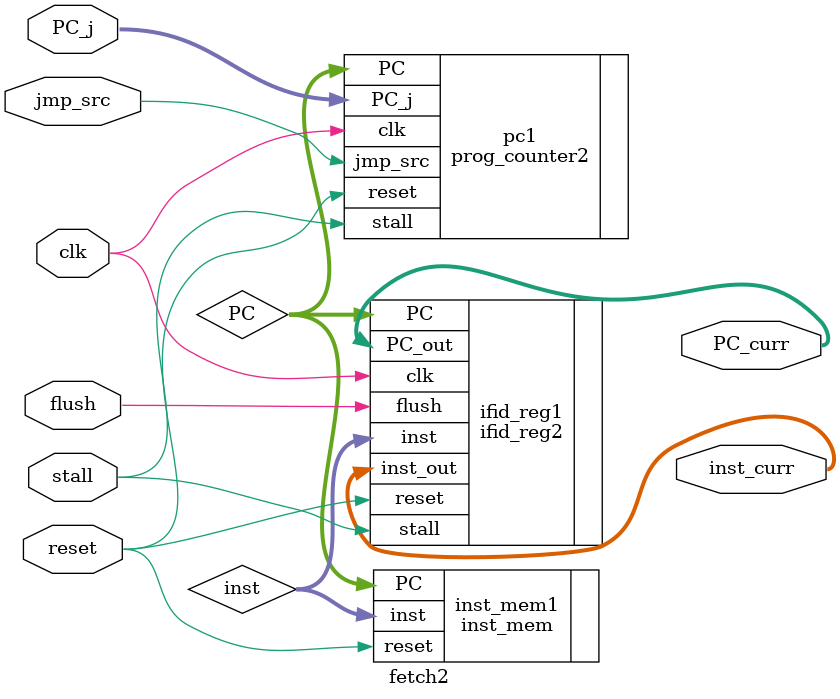
<source format=v>
`timescale 1ns / 1ps


module fetch2(

     input clk,
    input reset,
    input jmp_src,
    input stall,
    input [31:0] PC_j,
    output [31:0] PC_curr,
    output [31:0] inst_curr,
    input flush
    );
    wire [31:0] PC;
    wire [31:0] inst;
   
    inst_mem inst_mem1(   
    .PC(PC),
    .reset(reset),
    .inst(inst)
    );
    
    prog_counter2 pc1(
    .clk(clk),
    .reset(reset),
    .PC_j(PC_j),    
    .PC(PC),
    .stall(stall),
    .jmp_src(jmp_src)
    );
    
    ifid_reg2 ifid_reg1(
    .PC(PC),
    .inst(inst),
    .clk(clk),
    .reset(reset),
    .PC_out(PC_curr),
    .inst_out(inst_curr),
    .stall(stall),
    .flush(flush)
    );
endmodule

</source>
